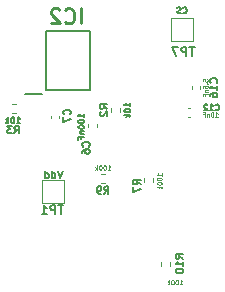
<source format=gbr>
%TF.GenerationSoftware,KiCad,Pcbnew,(6.0.8)*%
%TF.CreationDate,2023-01-31T16:58:12-08:00*%
%TF.ProjectId,Microwave Sensor v2,4d696372-6f77-4617-9665-2053656e736f,rev?*%
%TF.SameCoordinates,Original*%
%TF.FileFunction,Legend,Bot*%
%TF.FilePolarity,Positive*%
%FSLAX46Y46*%
G04 Gerber Fmt 4.6, Leading zero omitted, Abs format (unit mm)*
G04 Created by KiCad (PCBNEW (6.0.8)) date 2023-01-31 16:58:12*
%MOMM*%
%LPD*%
G01*
G04 APERTURE LIST*
%ADD10C,0.095250*%
%ADD11C,0.127000*%
%ADD12C,0.254000*%
%ADD13C,0.120000*%
%ADD14C,0.200000*%
G04 APERTURE END LIST*
D10*
X135708214Y-94872357D02*
X135925928Y-94872357D01*
X135817071Y-94872357D02*
X135817071Y-94491357D01*
X135853357Y-94545785D01*
X135889642Y-94582071D01*
X135925928Y-94600214D01*
X135472357Y-94491357D02*
X135436071Y-94491357D01*
X135399785Y-94509500D01*
X135381642Y-94527642D01*
X135363500Y-94563928D01*
X135345357Y-94636500D01*
X135345357Y-94727214D01*
X135363500Y-94799785D01*
X135381642Y-94836071D01*
X135399785Y-94854214D01*
X135436071Y-94872357D01*
X135472357Y-94872357D01*
X135508642Y-94854214D01*
X135526785Y-94836071D01*
X135544928Y-94799785D01*
X135563071Y-94727214D01*
X135563071Y-94636500D01*
X135544928Y-94563928D01*
X135526785Y-94527642D01*
X135508642Y-94509500D01*
X135472357Y-94491357D01*
X135109500Y-94491357D02*
X135073214Y-94491357D01*
X135036928Y-94509500D01*
X135018785Y-94527642D01*
X135000642Y-94563928D01*
X134982500Y-94636500D01*
X134982500Y-94727214D01*
X135000642Y-94799785D01*
X135018785Y-94836071D01*
X135036928Y-94854214D01*
X135073214Y-94872357D01*
X135109500Y-94872357D01*
X135145785Y-94854214D01*
X135163928Y-94836071D01*
X135182071Y-94799785D01*
X135200214Y-94727214D01*
X135200214Y-94636500D01*
X135182071Y-94563928D01*
X135163928Y-94527642D01*
X135145785Y-94509500D01*
X135109500Y-94491357D01*
X134819214Y-94872357D02*
X134819214Y-94491357D01*
X134782928Y-94727214D02*
X134674071Y-94872357D01*
X134674071Y-94618357D02*
X134819214Y-94763500D01*
X143791357Y-87382928D02*
X143791357Y-87201500D01*
X143972785Y-87183357D01*
X143954642Y-87201500D01*
X143936500Y-87237785D01*
X143936500Y-87328500D01*
X143954642Y-87364785D01*
X143972785Y-87382928D01*
X144009071Y-87401071D01*
X144099785Y-87401071D01*
X144136071Y-87382928D01*
X144154214Y-87364785D01*
X144172357Y-87328500D01*
X144172357Y-87237785D01*
X144154214Y-87201500D01*
X144136071Y-87183357D01*
X144136071Y-87564357D02*
X144154214Y-87582500D01*
X144172357Y-87564357D01*
X144154214Y-87546214D01*
X144136071Y-87564357D01*
X144172357Y-87564357D01*
X143791357Y-87909071D02*
X143791357Y-87836500D01*
X143809500Y-87800214D01*
X143827642Y-87782071D01*
X143882071Y-87745785D01*
X143954642Y-87727642D01*
X144099785Y-87727642D01*
X144136071Y-87745785D01*
X144154214Y-87763928D01*
X144172357Y-87800214D01*
X144172357Y-87872785D01*
X144154214Y-87909071D01*
X144136071Y-87927214D01*
X144099785Y-87945357D01*
X144009071Y-87945357D01*
X143972785Y-87927214D01*
X143954642Y-87909071D01*
X143936500Y-87872785D01*
X143936500Y-87800214D01*
X143954642Y-87763928D01*
X143972785Y-87745785D01*
X144009071Y-87727642D01*
X143918357Y-88108642D02*
X144172357Y-88108642D01*
X143954642Y-88108642D02*
X143936500Y-88126785D01*
X143918357Y-88163071D01*
X143918357Y-88217500D01*
X143936500Y-88253785D01*
X143972785Y-88271928D01*
X144172357Y-88271928D01*
X143972785Y-88580357D02*
X143972785Y-88453357D01*
X144172357Y-88453357D02*
X143791357Y-88453357D01*
X143791357Y-88634785D01*
X140272357Y-95391785D02*
X140272357Y-95174071D01*
X140272357Y-95282928D02*
X139891357Y-95282928D01*
X139945785Y-95246642D01*
X139982071Y-95210357D01*
X140000214Y-95174071D01*
X139891357Y-95627642D02*
X139891357Y-95663928D01*
X139909500Y-95700214D01*
X139927642Y-95718357D01*
X139963928Y-95736500D01*
X140036500Y-95754642D01*
X140127214Y-95754642D01*
X140199785Y-95736500D01*
X140236071Y-95718357D01*
X140254214Y-95700214D01*
X140272357Y-95663928D01*
X140272357Y-95627642D01*
X140254214Y-95591357D01*
X140236071Y-95573214D01*
X140199785Y-95555071D01*
X140127214Y-95536928D01*
X140036500Y-95536928D01*
X139963928Y-95555071D01*
X139927642Y-95573214D01*
X139909500Y-95591357D01*
X139891357Y-95627642D01*
X139891357Y-95990500D02*
X139891357Y-96026785D01*
X139909500Y-96063071D01*
X139927642Y-96081214D01*
X139963928Y-96099357D01*
X140036500Y-96117500D01*
X140127214Y-96117500D01*
X140199785Y-96099357D01*
X140236071Y-96081214D01*
X140254214Y-96063071D01*
X140272357Y-96026785D01*
X140272357Y-95990500D01*
X140254214Y-95954214D01*
X140236071Y-95936071D01*
X140199785Y-95917928D01*
X140127214Y-95899785D01*
X140036500Y-95899785D01*
X139963928Y-95917928D01*
X139927642Y-95936071D01*
X139909500Y-95954214D01*
X139891357Y-95990500D01*
X140272357Y-96280785D02*
X139891357Y-96280785D01*
X140127214Y-96317071D02*
X140272357Y-96425928D01*
X140018357Y-96425928D02*
X140163500Y-96280785D01*
D11*
X142084666Y-81581428D02*
X142108857Y-81605619D01*
X142181428Y-81629809D01*
X142229809Y-81629809D01*
X142302380Y-81605619D01*
X142350761Y-81557238D01*
X142374952Y-81508857D01*
X142399142Y-81412095D01*
X142399142Y-81339523D01*
X142374952Y-81242761D01*
X142350761Y-81194380D01*
X142302380Y-81146000D01*
X142229809Y-81121809D01*
X142181428Y-81121809D01*
X142108857Y-81146000D01*
X142084666Y-81170190D01*
X141891142Y-81605619D02*
X141818571Y-81629809D01*
X141697619Y-81629809D01*
X141649238Y-81605619D01*
X141625047Y-81581428D01*
X141600857Y-81533047D01*
X141600857Y-81484666D01*
X141625047Y-81436285D01*
X141649238Y-81412095D01*
X141697619Y-81387904D01*
X141794380Y-81363714D01*
X141842761Y-81339523D01*
X141866952Y-81315333D01*
X141891142Y-81266952D01*
X141891142Y-81218571D01*
X141866952Y-81170190D01*
X141842761Y-81146000D01*
X141794380Y-81121809D01*
X141673428Y-81121809D01*
X141600857Y-81146000D01*
X133729809Y-90413809D02*
X133729809Y-90123523D01*
X133729809Y-90268666D02*
X133221809Y-90268666D01*
X133294380Y-90220285D01*
X133342761Y-90171904D01*
X133366952Y-90123523D01*
X133221809Y-90728285D02*
X133221809Y-90776666D01*
X133246000Y-90825047D01*
X133270190Y-90849238D01*
X133318571Y-90873428D01*
X133415333Y-90897619D01*
X133536285Y-90897619D01*
X133633047Y-90873428D01*
X133681428Y-90849238D01*
X133705619Y-90825047D01*
X133729809Y-90776666D01*
X133729809Y-90728285D01*
X133705619Y-90679904D01*
X133681428Y-90655714D01*
X133633047Y-90631523D01*
X133536285Y-90607333D01*
X133415333Y-90607333D01*
X133318571Y-90631523D01*
X133270190Y-90655714D01*
X133246000Y-90679904D01*
X133221809Y-90728285D01*
X133221809Y-91212095D02*
X133221809Y-91260476D01*
X133246000Y-91308857D01*
X133270190Y-91333047D01*
X133318571Y-91357238D01*
X133415333Y-91381428D01*
X133536285Y-91381428D01*
X133633047Y-91357238D01*
X133681428Y-91333047D01*
X133705619Y-91308857D01*
X133729809Y-91260476D01*
X133729809Y-91212095D01*
X133705619Y-91163714D01*
X133681428Y-91139523D01*
X133633047Y-91115333D01*
X133536285Y-91091142D01*
X133415333Y-91091142D01*
X133318571Y-91115333D01*
X133270190Y-91139523D01*
X133246000Y-91163714D01*
X133221809Y-91212095D01*
X133391142Y-91599142D02*
X133729809Y-91599142D01*
X133439523Y-91599142D02*
X133415333Y-91623333D01*
X133391142Y-91671714D01*
X133391142Y-91744285D01*
X133415333Y-91792666D01*
X133463714Y-91816857D01*
X133729809Y-91816857D01*
X133463714Y-92228095D02*
X133463714Y-92058761D01*
X133729809Y-92058761D02*
X133221809Y-92058761D01*
X133221809Y-92300666D01*
X131886190Y-94952261D02*
X131674523Y-95587261D01*
X131462857Y-94952261D01*
X130979047Y-95587261D02*
X130979047Y-94952261D01*
X130979047Y-95557023D02*
X131039523Y-95587261D01*
X131160476Y-95587261D01*
X131220952Y-95557023D01*
X131251190Y-95526785D01*
X131281428Y-95466309D01*
X131281428Y-95284880D01*
X131251190Y-95224404D01*
X131220952Y-95194166D01*
X131160476Y-95163928D01*
X131039523Y-95163928D01*
X130979047Y-95194166D01*
X130404523Y-95587261D02*
X130404523Y-94952261D01*
X130404523Y-95557023D02*
X130465000Y-95587261D01*
X130585952Y-95587261D01*
X130646428Y-95557023D01*
X130676666Y-95526785D01*
X130706904Y-95466309D01*
X130706904Y-95284880D01*
X130676666Y-95224404D01*
X130646428Y-95194166D01*
X130585952Y-95163928D01*
X130465000Y-95163928D01*
X130404523Y-95194166D01*
X137629809Y-89497619D02*
X137629809Y-89207333D01*
X137629809Y-89352476D02*
X137121809Y-89352476D01*
X137194380Y-89304095D01*
X137242761Y-89255714D01*
X137266952Y-89207333D01*
X137121809Y-89812095D02*
X137121809Y-89860476D01*
X137146000Y-89908857D01*
X137170190Y-89933047D01*
X137218571Y-89957238D01*
X137315333Y-89981428D01*
X137436285Y-89981428D01*
X137533047Y-89957238D01*
X137581428Y-89933047D01*
X137605619Y-89908857D01*
X137629809Y-89860476D01*
X137629809Y-89812095D01*
X137605619Y-89763714D01*
X137581428Y-89739523D01*
X137533047Y-89715333D01*
X137436285Y-89691142D01*
X137315333Y-89691142D01*
X137218571Y-89715333D01*
X137170190Y-89739523D01*
X137146000Y-89763714D01*
X137121809Y-89812095D01*
X137629809Y-90199142D02*
X137121809Y-90199142D01*
X137436285Y-90247523D02*
X137629809Y-90392666D01*
X137291142Y-90392666D02*
X137484666Y-90199142D01*
D10*
X144808214Y-90372357D02*
X145025928Y-90372357D01*
X144917071Y-90372357D02*
X144917071Y-89991357D01*
X144953357Y-90045785D01*
X144989642Y-90082071D01*
X145025928Y-90100214D01*
X144572357Y-89991357D02*
X144536071Y-89991357D01*
X144499785Y-90009500D01*
X144481642Y-90027642D01*
X144463500Y-90063928D01*
X144445357Y-90136500D01*
X144445357Y-90227214D01*
X144463500Y-90299785D01*
X144481642Y-90336071D01*
X144499785Y-90354214D01*
X144536071Y-90372357D01*
X144572357Y-90372357D01*
X144608642Y-90354214D01*
X144626785Y-90336071D01*
X144644928Y-90299785D01*
X144663071Y-90227214D01*
X144663071Y-90136500D01*
X144644928Y-90063928D01*
X144626785Y-90027642D01*
X144608642Y-90009500D01*
X144572357Y-89991357D01*
X144282071Y-90118357D02*
X144282071Y-90372357D01*
X144282071Y-90154642D02*
X144263928Y-90136500D01*
X144227642Y-90118357D01*
X144173214Y-90118357D01*
X144136928Y-90136500D01*
X144118785Y-90172785D01*
X144118785Y-90372357D01*
X143810357Y-90172785D02*
X143937357Y-90172785D01*
X143937357Y-90372357D02*
X143937357Y-89991357D01*
X143755928Y-89991357D01*
D11*
X128002380Y-90929809D02*
X128292666Y-90929809D01*
X128147523Y-90929809D02*
X128147523Y-90421809D01*
X128195904Y-90494380D01*
X128244285Y-90542761D01*
X128292666Y-90566952D01*
X127687904Y-90421809D02*
X127639523Y-90421809D01*
X127591142Y-90446000D01*
X127566952Y-90470190D01*
X127542761Y-90518571D01*
X127518571Y-90615333D01*
X127518571Y-90736285D01*
X127542761Y-90833047D01*
X127566952Y-90881428D01*
X127591142Y-90905619D01*
X127639523Y-90929809D01*
X127687904Y-90929809D01*
X127736285Y-90905619D01*
X127760476Y-90881428D01*
X127784666Y-90833047D01*
X127808857Y-90736285D01*
X127808857Y-90615333D01*
X127784666Y-90518571D01*
X127760476Y-90470190D01*
X127736285Y-90446000D01*
X127687904Y-90421809D01*
X127300857Y-90929809D02*
X127300857Y-90421809D01*
X127252476Y-90736285D02*
X127107333Y-90929809D01*
X127107333Y-90591142D02*
X127300857Y-90784666D01*
D10*
X141808214Y-104572357D02*
X142025928Y-104572357D01*
X141917071Y-104572357D02*
X141917071Y-104191357D01*
X141953357Y-104245785D01*
X141989642Y-104282071D01*
X142025928Y-104300214D01*
X141572357Y-104191357D02*
X141536071Y-104191357D01*
X141499785Y-104209500D01*
X141481642Y-104227642D01*
X141463500Y-104263928D01*
X141445357Y-104336500D01*
X141445357Y-104427214D01*
X141463500Y-104499785D01*
X141481642Y-104536071D01*
X141499785Y-104554214D01*
X141536071Y-104572357D01*
X141572357Y-104572357D01*
X141608642Y-104554214D01*
X141626785Y-104536071D01*
X141644928Y-104499785D01*
X141663071Y-104427214D01*
X141663071Y-104336500D01*
X141644928Y-104263928D01*
X141626785Y-104227642D01*
X141608642Y-104209500D01*
X141572357Y-104191357D01*
X141209500Y-104191357D02*
X141173214Y-104191357D01*
X141136928Y-104209500D01*
X141118785Y-104227642D01*
X141100642Y-104263928D01*
X141082500Y-104336500D01*
X141082500Y-104427214D01*
X141100642Y-104499785D01*
X141118785Y-104536071D01*
X141136928Y-104554214D01*
X141173214Y-104572357D01*
X141209500Y-104572357D01*
X141245785Y-104554214D01*
X141263928Y-104536071D01*
X141282071Y-104499785D01*
X141300214Y-104427214D01*
X141300214Y-104336500D01*
X141282071Y-104263928D01*
X141263928Y-104227642D01*
X141245785Y-104209500D01*
X141209500Y-104191357D01*
X140919214Y-104572357D02*
X140919214Y-104191357D01*
X140882928Y-104427214D02*
X140774071Y-104572357D01*
X140774071Y-104318357D02*
X140919214Y-104463500D01*
D11*
%TO.C,R2*%
X135687261Y-89694166D02*
X135384880Y-89482500D01*
X135687261Y-89331309D02*
X135052261Y-89331309D01*
X135052261Y-89573214D01*
X135082500Y-89633690D01*
X135112738Y-89663928D01*
X135173214Y-89694166D01*
X135263928Y-89694166D01*
X135324404Y-89663928D01*
X135354642Y-89633690D01*
X135384880Y-89573214D01*
X135384880Y-89331309D01*
X135112738Y-89936071D02*
X135082500Y-89966309D01*
X135052261Y-90026785D01*
X135052261Y-90177976D01*
X135082500Y-90238452D01*
X135112738Y-90268690D01*
X135173214Y-90298928D01*
X135233690Y-90298928D01*
X135324404Y-90268690D01*
X135687261Y-89905833D01*
X135687261Y-90298928D01*
%TO.C,R3*%
X127805833Y-91787261D02*
X128017500Y-91484880D01*
X128168690Y-91787261D02*
X128168690Y-91152261D01*
X127926785Y-91152261D01*
X127866309Y-91182500D01*
X127836071Y-91212738D01*
X127805833Y-91273214D01*
X127805833Y-91363928D01*
X127836071Y-91424404D01*
X127866309Y-91454642D01*
X127926785Y-91484880D01*
X128168690Y-91484880D01*
X127594166Y-91152261D02*
X127201071Y-91152261D01*
X127412738Y-91394166D01*
X127322023Y-91394166D01*
X127261547Y-91424404D01*
X127231309Y-91454642D01*
X127201071Y-91515119D01*
X127201071Y-91666309D01*
X127231309Y-91726785D01*
X127261547Y-91757023D01*
X127322023Y-91787261D01*
X127503452Y-91787261D01*
X127563928Y-91757023D01*
X127594166Y-91726785D01*
%TO.C,C6*%
X134126785Y-92894166D02*
X134157023Y-92863928D01*
X134187261Y-92773214D01*
X134187261Y-92712738D01*
X134157023Y-92622023D01*
X134096547Y-92561547D01*
X134036071Y-92531309D01*
X133915119Y-92501071D01*
X133824404Y-92501071D01*
X133703452Y-92531309D01*
X133642976Y-92561547D01*
X133582500Y-92622023D01*
X133552261Y-92712738D01*
X133552261Y-92773214D01*
X133582500Y-92863928D01*
X133612738Y-92894166D01*
X133552261Y-93438452D02*
X133552261Y-93317500D01*
X133582500Y-93257023D01*
X133612738Y-93226785D01*
X133703452Y-93166309D01*
X133824404Y-93136071D01*
X134066309Y-93136071D01*
X134126785Y-93166309D01*
X134157023Y-93196547D01*
X134187261Y-93257023D01*
X134187261Y-93377976D01*
X134157023Y-93438452D01*
X134126785Y-93468690D01*
X134066309Y-93498928D01*
X133915119Y-93498928D01*
X133854642Y-93468690D01*
X133824404Y-93438452D01*
X133794166Y-93377976D01*
X133794166Y-93257023D01*
X133824404Y-93196547D01*
X133854642Y-93166309D01*
X133915119Y-93136071D01*
%TO.C,C12*%
X144826571Y-89781428D02*
X144850761Y-89805619D01*
X144923333Y-89829809D01*
X144971714Y-89829809D01*
X145044285Y-89805619D01*
X145092666Y-89757238D01*
X145116857Y-89708857D01*
X145141047Y-89612095D01*
X145141047Y-89539523D01*
X145116857Y-89442761D01*
X145092666Y-89394380D01*
X145044285Y-89346000D01*
X144971714Y-89321809D01*
X144923333Y-89321809D01*
X144850761Y-89346000D01*
X144826571Y-89370190D01*
X144342761Y-89829809D02*
X144633047Y-89829809D01*
X144487904Y-89829809D02*
X144487904Y-89321809D01*
X144536285Y-89394380D01*
X144584666Y-89442761D01*
X144633047Y-89466952D01*
X144149238Y-89370190D02*
X144125047Y-89346000D01*
X144076666Y-89321809D01*
X143955714Y-89321809D01*
X143907333Y-89346000D01*
X143883142Y-89370190D01*
X143858952Y-89418571D01*
X143858952Y-89466952D01*
X143883142Y-89539523D01*
X144173428Y-89829809D01*
X143858952Y-89829809D01*
%TO.C,C7*%
X132526785Y-90178331D02*
X132557023Y-90148093D01*
X132587261Y-90057379D01*
X132587261Y-89996903D01*
X132557023Y-89906188D01*
X132496547Y-89845712D01*
X132436071Y-89815474D01*
X132315119Y-89785236D01*
X132224404Y-89785236D01*
X132103452Y-89815474D01*
X132042976Y-89845712D01*
X131982500Y-89906188D01*
X131952261Y-89996903D01*
X131952261Y-90057379D01*
X131982500Y-90148093D01*
X132012738Y-90178331D01*
X131952261Y-90389998D02*
X131952261Y-90813331D01*
X132587261Y-90541188D01*
%TO.C,TP1*%
X131961571Y-97882714D02*
X131526142Y-97882714D01*
X131743857Y-98644714D02*
X131743857Y-97882714D01*
X131272142Y-98644714D02*
X131272142Y-97882714D01*
X130981857Y-97882714D01*
X130909285Y-97919000D01*
X130873000Y-97955285D01*
X130836714Y-98027857D01*
X130836714Y-98136714D01*
X130873000Y-98209285D01*
X130909285Y-98245571D01*
X130981857Y-98281857D01*
X131272142Y-98281857D01*
X130111000Y-98644714D02*
X130546428Y-98644714D01*
X130328714Y-98644714D02*
X130328714Y-97882714D01*
X130401285Y-97991571D01*
X130473857Y-98064142D01*
X130546428Y-98100428D01*
%TO.C,R10*%
X142087261Y-102391785D02*
X141784880Y-102180119D01*
X142087261Y-102028928D02*
X141452261Y-102028928D01*
X141452261Y-102270833D01*
X141482500Y-102331309D01*
X141512738Y-102361547D01*
X141573214Y-102391785D01*
X141663928Y-102391785D01*
X141724404Y-102361547D01*
X141754642Y-102331309D01*
X141784880Y-102270833D01*
X141784880Y-102028928D01*
X142087261Y-102996547D02*
X142087261Y-102633690D01*
X142087261Y-102815119D02*
X141452261Y-102815119D01*
X141542976Y-102754642D01*
X141603452Y-102694166D01*
X141633690Y-102633690D01*
X141452261Y-103389642D02*
X141452261Y-103450119D01*
X141482500Y-103510595D01*
X141512738Y-103540833D01*
X141573214Y-103571071D01*
X141694166Y-103601309D01*
X141845357Y-103601309D01*
X141966309Y-103571071D01*
X142026785Y-103540833D01*
X142057023Y-103510595D01*
X142087261Y-103450119D01*
X142087261Y-103389642D01*
X142057023Y-103329166D01*
X142026785Y-103298928D01*
X141966309Y-103268690D01*
X141845357Y-103238452D01*
X141694166Y-103238452D01*
X141573214Y-103268690D01*
X141512738Y-103298928D01*
X141482500Y-103329166D01*
X141452261Y-103389642D01*
%TO.C,TP7*%
X143061571Y-84482714D02*
X142626142Y-84482714D01*
X142843857Y-85244714D02*
X142843857Y-84482714D01*
X142372142Y-85244714D02*
X142372142Y-84482714D01*
X142081857Y-84482714D01*
X142009285Y-84519000D01*
X141973000Y-84555285D01*
X141936714Y-84627857D01*
X141936714Y-84736714D01*
X141973000Y-84809285D01*
X142009285Y-84845571D01*
X142081857Y-84881857D01*
X142372142Y-84881857D01*
X141682714Y-84482714D02*
X141174714Y-84482714D01*
X141501285Y-85244714D01*
D12*
%TO.C,IC2*%
X133439761Y-82474523D02*
X133439761Y-81204523D01*
X132109285Y-82353571D02*
X132169761Y-82414047D01*
X132351190Y-82474523D01*
X132472142Y-82474523D01*
X132653571Y-82414047D01*
X132774523Y-82293095D01*
X132835000Y-82172142D01*
X132895476Y-81930238D01*
X132895476Y-81748809D01*
X132835000Y-81506904D01*
X132774523Y-81385952D01*
X132653571Y-81265000D01*
X132472142Y-81204523D01*
X132351190Y-81204523D01*
X132169761Y-81265000D01*
X132109285Y-81325476D01*
X131625476Y-81325476D02*
X131565000Y-81265000D01*
X131444047Y-81204523D01*
X131141666Y-81204523D01*
X131020714Y-81265000D01*
X130960238Y-81325476D01*
X130899761Y-81446428D01*
X130899761Y-81567380D01*
X130960238Y-81748809D01*
X131685952Y-82474523D01*
X130899761Y-82474523D01*
D11*
%TO.C,R9*%
X135405833Y-96887261D02*
X135617500Y-96584880D01*
X135768690Y-96887261D02*
X135768690Y-96252261D01*
X135526785Y-96252261D01*
X135466309Y-96282500D01*
X135436071Y-96312738D01*
X135405833Y-96373214D01*
X135405833Y-96463928D01*
X135436071Y-96524404D01*
X135466309Y-96554642D01*
X135526785Y-96584880D01*
X135768690Y-96584880D01*
X135103452Y-96887261D02*
X134982500Y-96887261D01*
X134922023Y-96857023D01*
X134891785Y-96826785D01*
X134831309Y-96736071D01*
X134801071Y-96615119D01*
X134801071Y-96373214D01*
X134831309Y-96312738D01*
X134861547Y-96282500D01*
X134922023Y-96252261D01*
X135042976Y-96252261D01*
X135103452Y-96282500D01*
X135133690Y-96312738D01*
X135163928Y-96373214D01*
X135163928Y-96524404D01*
X135133690Y-96584880D01*
X135103452Y-96615119D01*
X135042976Y-96645357D01*
X134922023Y-96645357D01*
X134861547Y-96615119D01*
X134831309Y-96584880D01*
X134801071Y-96524404D01*
%TO.C,C16*%
X144926785Y-87491785D02*
X144957023Y-87461547D01*
X144987261Y-87370833D01*
X144987261Y-87310357D01*
X144957023Y-87219642D01*
X144896547Y-87159166D01*
X144836071Y-87128928D01*
X144715119Y-87098690D01*
X144624404Y-87098690D01*
X144503452Y-87128928D01*
X144442976Y-87159166D01*
X144382500Y-87219642D01*
X144352261Y-87310357D01*
X144352261Y-87370833D01*
X144382500Y-87461547D01*
X144412738Y-87491785D01*
X144987261Y-88096547D02*
X144987261Y-87733690D01*
X144987261Y-87915119D02*
X144352261Y-87915119D01*
X144442976Y-87854642D01*
X144503452Y-87794166D01*
X144533690Y-87733690D01*
X144352261Y-88640833D02*
X144352261Y-88519880D01*
X144382500Y-88459404D01*
X144412738Y-88429166D01*
X144503452Y-88368690D01*
X144624404Y-88338452D01*
X144866309Y-88338452D01*
X144926785Y-88368690D01*
X144957023Y-88398928D01*
X144987261Y-88459404D01*
X144987261Y-88580357D01*
X144957023Y-88640833D01*
X144926785Y-88671071D01*
X144866309Y-88701309D01*
X144715119Y-88701309D01*
X144654642Y-88671071D01*
X144624404Y-88640833D01*
X144594166Y-88580357D01*
X144594166Y-88459404D01*
X144624404Y-88398928D01*
X144654642Y-88368690D01*
X144715119Y-88338452D01*
%TO.C,R7*%
X138487261Y-96094166D02*
X138184880Y-95882500D01*
X138487261Y-95731309D02*
X137852261Y-95731309D01*
X137852261Y-95973214D01*
X137882500Y-96033690D01*
X137912738Y-96063928D01*
X137973214Y-96094166D01*
X138063928Y-96094166D01*
X138124404Y-96063928D01*
X138154642Y-96033690D01*
X138184880Y-95973214D01*
X138184880Y-95731309D01*
X137852261Y-96305833D02*
X137852261Y-96729166D01*
X138487261Y-96457023D01*
D13*
%TO.C,R2*%
X136020000Y-89632379D02*
X136020000Y-89967621D01*
X136780000Y-89632379D02*
X136780000Y-89967621D01*
%TO.C,R3*%
X127929621Y-89320000D02*
X127594379Y-89320000D01*
X127929621Y-90080000D02*
X127594379Y-90080000D01*
%TO.C,C6*%
X134040000Y-91215835D02*
X134040000Y-90984165D01*
X134760000Y-91215835D02*
X134760000Y-90984165D01*
%TO.C,C12*%
X142484165Y-90360000D02*
X142715835Y-90360000D01*
X142484165Y-89640000D02*
X142715835Y-89640000D01*
%TO.C,C7*%
X130902000Y-90284165D02*
X130902000Y-90515835D01*
X131622000Y-90284165D02*
X131622000Y-90515835D01*
%TO.C,TP1*%
X132050000Y-95750000D02*
X130150000Y-95750000D01*
X132050000Y-97650000D02*
X132050000Y-95750000D01*
X130150000Y-97650000D02*
X132050000Y-97650000D01*
X130150000Y-95750000D02*
X130150000Y-97650000D01*
%TO.C,R10*%
X140220000Y-102632379D02*
X140220000Y-102967621D01*
X140980000Y-102632379D02*
X140980000Y-102967621D01*
%TO.C,TP7*%
X142950000Y-83950000D02*
X142950000Y-82050000D01*
X142950000Y-82050000D02*
X141050000Y-82050000D01*
X141050000Y-83950000D02*
X142950000Y-83950000D01*
X141050000Y-82050000D02*
X141050000Y-83950000D01*
D14*
%TO.C,IC2*%
X130512000Y-83100000D02*
X130512000Y-88100000D01*
X134212000Y-83100000D02*
X130512000Y-83100000D01*
X130512000Y-88100000D02*
X134212000Y-88100000D01*
X134212000Y-88100000D02*
X134212000Y-83100000D01*
X128687000Y-88450000D02*
X130162000Y-88450000D01*
D13*
%TO.C,R9*%
X135132379Y-95980000D02*
X135467621Y-95980000D01*
X135132379Y-95220000D02*
X135467621Y-95220000D01*
%TO.C,C16*%
X143560000Y-88015835D02*
X143560000Y-87784165D01*
X142840000Y-88015835D02*
X142840000Y-87784165D01*
%TO.C,R7*%
X139580000Y-95867621D02*
X139580000Y-95532379D01*
X138820000Y-95867621D02*
X138820000Y-95532379D01*
%TD*%
M02*

</source>
